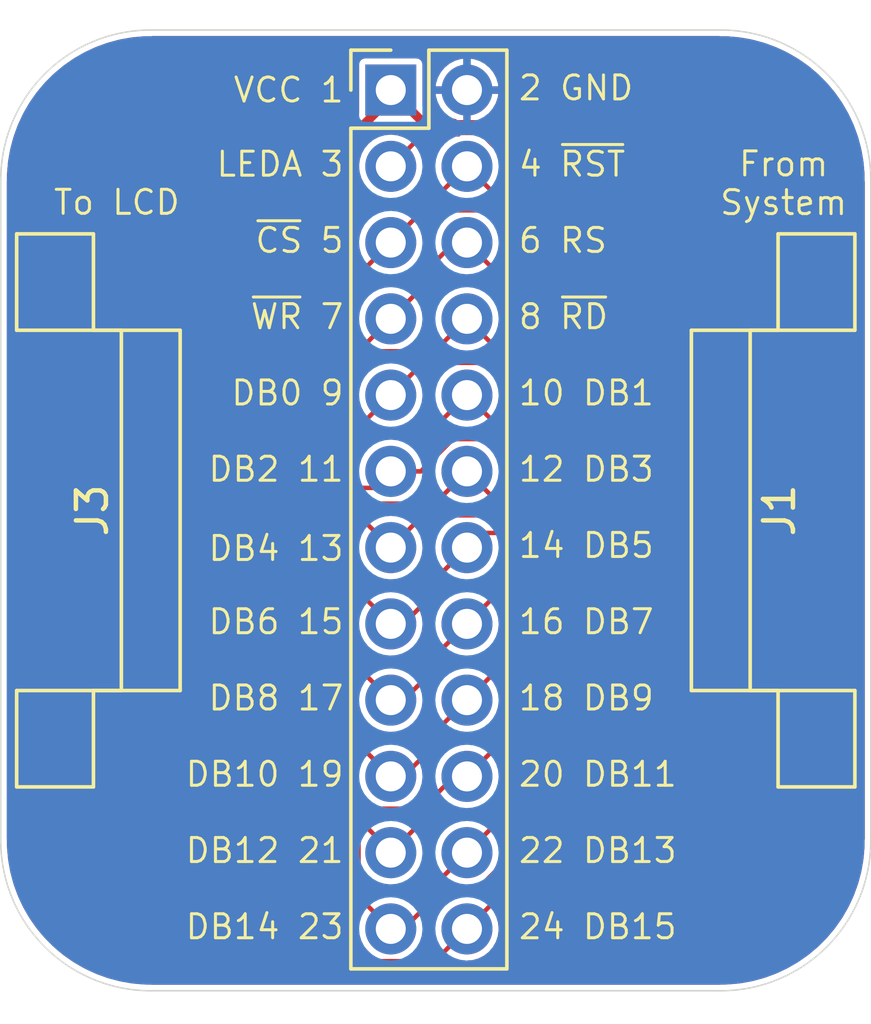
<source format=kicad_pcb>
(kicad_pcb (version 20201116) (generator pcbnew)
  (layers (0 "F.Cu" signal) (31 "B.Cu" signal) (34 "B.Paste" user) (35 "F.Paste" user) (36 "B.SilkS" user "B.Silkscreen") (37 "F.SilkS" user "F.Silkscreen") (38 "B.Mask" user) (39 "F.Mask" user) (44 "Edge.Cuts" user))
  (net 0 "")
  (net 1 "/LCD1")
  (net 2 "/LCD2")
  (net 3 "/LCD3")
  (net 4 "/LCD4")
  (net 5 "/LCD5")
  (net 6 "/LCD6")
  (net 7 "/LCD7")
  (net 8 "/LCD8")
  (net 9 "/LCD9")
  (net 10 "/LCD10")
  (net 11 "/LCD11")
  (net 12 "/LCD12")
  (net 13 "/LCD13")
  (net 14 "/LCD14")
  (net 15 "/LCD15")
  (net 16 "/LCD16")
  (net 17 "/LCD17")
  (net 18 "/LCD18")
  (net 19 "/LCD19")
  (net 20 "/LCD20")
  (net 21 "/LCD21")
  (net 22 "/LCD22")
  (net 23 "/LCD23")
  (net 24 "/LCD24")
  (footprint "Connector_PinHeader_2.54mm:PinHeader_2x12_P2.54mm_Vertical" (layer "F.Cu") (at 112 75)
    (fp_text reference "J2" hide)
    (fp_text value "Conn_02x12_Odd_Even")
    (fp_line (start -1.33 29.27) (end 3.87 29.27) (layer "F.SilkS") (width 0.12))
    (fp_line (start -1.33 1.27) (end -1.33 29.27) (layer "F.SilkS") (width 0.12))
    (fp_line (start 1.27 -1.33) (end 3.87 -1.33) (layer "F.SilkS") (width 0.12))
    (fp_line (start 3.87 -1.33) (end 3.87 29.27) (layer "F.SilkS") (width 0.12))
    (fp_line (start -1.33 0) (end -1.33 -1.33) (layer "F.SilkS") (width 0.12))
    (fp_line (start 1.27 1.27) (end 1.27 -1.33) (layer "F.SilkS") (width 0.12))
    (fp_line (start -1.33 1.27) (end 1.27 1.27) (layer "F.SilkS") (width 0.12))
    (fp_line (start -1.33 -1.33) (end 0 -1.33) (layer "F.SilkS") (width 0.12))
    (pad "1" thru_hole rect (at 0 0) (size 1.7 1.7) (drill 1) (layers *.Cu *.Mask) (net 1 "/LCD1"))
    (pad "2" thru_hole oval (at 2.54 0) (size 1.7 1.7) (drill 1) (layers *.Cu *.Mask) (net 2 "/LCD2"))
    (pad "3" thru_hole oval (at 0 2.54) (size 1.7 1.7) (drill 1) (layers *.Cu *.Mask) (net 3 "/LCD3"))
    (pad "4" thru_hole oval (at 2.54 2.54) (size 1.7 1.7) (drill 1) (layers *.Cu *.Mask) (net 4 "/LCD4"))
    (pad "5" thru_hole oval (at 0 5.08) (size 1.7 1.7) (drill 1) (layers *.Cu *.Mask) (net 5 "/LCD5"))
    (pad "6" thru_hole oval (at 2.54 5.08) (size 1.7 1.7) (drill 1) (layers *.Cu *.Mask) (net 6 "/LCD6"))
    (pad "7" thru_hole oval (at 0 7.62) (size 1.7 1.7) (drill 1) (layers *.Cu *.Mask) (net 7 "/LCD7"))
    (pad "8" thru_hole oval (at 2.54 7.62) (size 1.7 1.7) (drill 1) (layers *.Cu *.Mask) (net 8 "/LCD8"))
    (pad "9" thru_hole oval (at 0 10.16) (size 1.7 1.7) (drill 1) (layers *.Cu *.Mask) (net 9 "/LCD9"))
    (pad "10" thru_hole oval (at 2.54 10.16) (size 1.7 1.7) (drill 1) (layers *.Cu *.Mask) (net 10 "/LCD10"))
    (pad "11" thru_hole oval (at 0 12.7) (size 1.7 1.7) (drill 1) (layers *.Cu *.Mask) (net 11 "/LCD11"))
    (pad "12" thru_hole oval (at 2.54 12.7) (size 1.7 1.7) (drill 1) (layers *.Cu *.Mask) (net 12 "/LCD12"))
    (pad "13" thru_hole oval (at 0 15.24) (size 1.7 1.7) (drill 1) (layers *.Cu *.Mask) (net 13 "/LCD13"))
    (pad "14" thru_hole oval (at 2.54 15.24) (size 1.7 1.7) (drill 1) (layers *.Cu *.Mask) (net 14 "/LCD14"))
    (pad "15" thru_hole oval (at 0 17.78) (size 1.7 1.7) (drill 1) (layers *.Cu *.Mask) (net 15 "/LCD15"))
    (pad "16" thru_hole oval (at 2.54 17.78) (size 1.7 1.7) (drill 1) (layers *.Cu *.Mask) (net 16 "/LCD16"))
    (pad "17" thru_hole oval (at 0 20.32) (size 1.7 1.7) (drill 1) (layers *.Cu *.Mask) (net 17 "/LCD17"))
    (pad "18" thru_hole oval (at 2.54 20.32) (size 1.7 1.7) (drill 1) (layers *.Cu *.Mask) (net 18 "/LCD18"))
    (pad "19" thru_hole oval (at 0 22.86) (size 1.7 1.7) (drill 1) (layers *.Cu *.Mask) (net 19 "/LCD19"))
    (pad "20" thru_hole oval (at 2.54 22.86) (size 1.7 1.7) (drill 1) (layers *.Cu *.Mask) (net 20 "/LCD20"))
    (pad "21" thru_hole oval (at 0 25.4) (size 1.7 1.7) (drill 1) (layers *.Cu *.Mask) (net 21 "/LCD21"))
    (pad "22" thru_hole oval (at 2.54 25.4) (size 1.7 1.7) (drill 1) (layers *.Cu *.Mask) (net 22 "/LCD22"))
    (pad "23" thru_hole oval (at 0 27.94) (size 1.7 1.7) (drill 1) (layers *.Cu *.Mask) (net 23 "/LCD23"))
    (pad "24" thru_hole oval (at 2.54 27.94) (size 1.7 1.7) (drill 1) (layers *.Cu *.Mask) (net 24 "/LCD24"))
  )
  (footprint "24pin_flex_interposer:FPC_24" (layer "F.Cu") (at 104 89 -90)
    (fp_text reference "J3" (at 0 1.95 90) (layer "F.SilkS"))
    (fp_text value "TF31-24S-0.5SH")
    (fp_line (start 6 1.91) (end 6 -0.98) (layer "F.SilkS") (width 0.12))
    (fp_line (start 6 0.98) (end 6 4.47) (layer "F.SilkS") (width 0.12))
    (fp_line (start 9.21 4.47) (end 9.21 1.91) (layer "F.SilkS") (width 0.12))
    (fp_line (start -6 4.47) (end -9.21 4.47) (layer "F.SilkS") (width 0.12))
    (fp_line (start -9.21 4.47) (end -9.21 1.91) (layer "F.SilkS") (width 0.12))
    (fp_line (start -6 -0.98) (end 6 -0.98) (layer "F.SilkS") (width 0.12))
    (fp_line (start 9.21 1.91) (end 6 1.91) (layer "F.SilkS") (width 0.12))
    (fp_line (start -6 0.98) (end 6 0.98) (layer "F.SilkS") (width 0.12))
    (fp_line (start -6 0.98) (end -6 4.47) (layer "F.SilkS") (width 0.12))
    (fp_line (start -9.21 1.91) (end -6 1.91) (layer "F.SilkS") (width 0.12))
    (fp_line (start 6 4.47) (end 9.21 4.47) (layer "F.SilkS") (width 0.12))
    (fp_line (start -6 1.91) (end -6 -0.98) (layer "F.SilkS") (width 0.12))
    (pad "0" smd rect (at -7.75 3.25 270) (size 2.2 2.2) (layers "F.Cu" "F.Paste" "F.Mask"))
    (pad "0" smd rect (at 7.75 3.25 270) (size 2.2 2.2) (layers "F.Cu" "F.Paste" "F.Mask"))
    (pad "1" smd rect (at -5.75 0 270) (size 0.25 1.6) (layers "F.Cu" "F.Paste" "F.Mask") (net 1 "/LCD1"))
    (pad "2" smd rect (at -5.25 0 270) (size 0.25 1.6) (layers "F.Cu" "F.Paste" "F.Mask") (net 2 "/LCD2"))
    (pad "3" smd rect (at -4.75 0 270) (size 0.25 1.6) (layers "F.Cu" "F.Paste" "F.Mask") (net 3 "/LCD3"))
    (pad "4" smd rect (at -4.25 0 270) (size 0.25 1.6) (layers "F.Cu" "F.Paste" "F.Mask") (net 4 "/LCD4"))
    (pad "5" smd rect (at -3.75 0 270) (size 0.25 1.6) (layers "F.Cu" "F.Paste" "F.Mask") (net 5 "/LCD5"))
    (pad "6" smd rect (at -3.25 0 270) (size 0.25 1.6) (layers "F.Cu" "F.Paste" "F.Mask") (net 6 "/LCD6"))
    (pad "7" smd rect (at -2.75 0 270) (size 0.25 1.6) (layers "F.Cu" "F.Paste" "F.Mask") (net 7 "/LCD7"))
    (pad "8" smd rect (at -2.25 0 270) (size 0.25 1.6) (layers "F.Cu" "F.Paste" "F.Mask") (net 8 "/LCD8"))
    (pad "9" smd rect (at -1.75 0 270) (size 0.25 1.6) (layers "F.Cu" "F.Paste" "F.Mask") (net 9 "/LCD9"))
    (pad "10" smd rect (at -1.25 0 270) (size 0.25 1.6) (layers "F.Cu" "F.Paste" "F.Mask") (net 10 "/LCD10"))
    (pad "11" smd rect (at -0.75 0 270) (size 0.25 1.6) (layers "F.Cu" "F.Paste" "F.Mask") (net 11 "/LCD11"))
    (pad "12" smd rect (at -0.25 0 270) (size 0.25 1.6) (layers "F.Cu" "F.Paste" "F.Mask") (net 12 "/LCD12"))
    (pad "13" smd rect (at 0.25 0 270) (size 0.25 1.6) (layers "F.Cu" "F.Paste" "F.Mask") (net 13 "/LCD13"))
    (pad "14" smd rect (at 0.75 0 270) (size 0.25 1.6) (layers "F.Cu" "F.Paste" "F.Mask") (net 14 "/LCD14"))
    (pad "15" smd rect (at 1.25 0 270) (size 0.25 1.6) (layers "F.Cu" "F.Paste" "F.Mask") (net 15 "/LCD15"))
    (pad "16" smd rect (at 1.75 0 270) (size 0.25 1.6) (layers "F.Cu" "F.Paste" "F.Mask") (net 16 "/LCD16"))
    (pad "17" smd rect (at 2.25 0 270) (size 0.25 1.6) (layers "F.Cu" "F.Paste" "F.Mask") (net 17 "/LCD17"))
    (pad "18" smd rect (at 2.75 0 270) (size 0.25 1.6) (layers "F.Cu" "F.Paste" "F.Mask") (net 18 "/LCD18"))
    (pad "19" smd rect (at 3.25 0 270) (size 0.25 1.6) (layers "F.Cu" "F.Paste" "F.Mask") (net 19 "/LCD19"))
    (pad "20" smd rect (at 3.75 0 270) (size 0.25 1.6) (layers "F.Cu" "F.Paste" "F.Mask") (net 20 "/LCD20"))
    (pad "21" smd rect (at 4.25 0 270) (size 0.25 1.6) (layers "F.Cu" "F.Paste" "F.Mask") (net 21 "/LCD21"))
    (pad "22" smd rect (at 4.75 0 270) (size 0.25 1.6) (layers "F.Cu" "F.Paste" "F.Mask") (net 22 "/LCD22"))
    (pad "23" smd rect (at 5.25 0 270) (size 0.25 1.6) (layers "F.Cu" "F.Paste" "F.Mask") (net 23 "/LCD23"))
    (pad "24" smd rect (at 5.75 0 270) (size 0.25 1.6) (layers "F.Cu" "F.Paste" "F.Mask") (net 24 "/LCD24"))
  )
  (footprint "24pin_flex_interposer:FPC_24" (layer "F.Cu") (at 123 89 90)
    (fp_text reference "J1" (at 0 1.95 90) (layer "F.SilkS"))
    (fp_text value "TF31-24S-0.5SH")
    (fp_line (start -6 0.98) (end -6 4.47) (layer "F.SilkS") (width 0.12))
    (fp_line (start 6 4.47) (end 9.21 4.47) (layer "F.SilkS") (width 0.12))
    (fp_line (start -9.21 1.91) (end -6 1.91) (layer "F.SilkS") (width 0.12))
    (fp_line (start 6 0.98) (end 6 4.47) (layer "F.SilkS") (width 0.12))
    (fp_line (start -9.21 4.47) (end -9.21 1.91) (layer "F.SilkS") (width 0.12))
    (fp_line (start 6 1.91) (end 6 -0.98) (layer "F.SilkS") (width 0.12))
    (fp_line (start -6 1.91) (end -6 -0.98) (layer "F.SilkS") (width 0.12))
    (fp_line (start -6 4.47) (end -9.21 4.47) (layer "F.SilkS") (width 0.12))
    (fp_line (start 9.21 4.47) (end 9.21 1.91) (layer "F.SilkS") (width 0.12))
    (fp_line (start 9.21 1.91) (end 6 1.91) (layer "F.SilkS") (width 0.12))
    (fp_line (start -6 0.98) (end 6 0.98) (layer "F.SilkS") (width 0.12))
    (fp_line (start -6 -0.98) (end 6 -0.98) (layer "F.SilkS") (width 0.12))
    (pad "0" smd rect (at 7.75 3.25 90) (size 2.2 2.2) (layers "F.Cu" "F.Paste" "F.Mask"))
    (pad "0" smd rect (at -7.75 3.25 90) (size 2.2 2.2) (layers "F.Cu" "F.Paste" "F.Mask"))
    (pad "1" smd rect (at -5.75 0 90) (size 0.25 1.6) (layers "F.Cu" "F.Paste" "F.Mask") (net 24 "/LCD24"))
    (pad "2" smd rect (at -5.25 0 90) (size 0.25 1.6) (layers "F.Cu" "F.Paste" "F.Mask") (net 23 "/LCD23"))
    (pad "3" smd rect (at -4.75 0 90) (size 0.25 1.6) (layers "F.Cu" "F.Paste" "F.Mask") (net 22 "/LCD22"))
    (pad "4" smd rect (at -4.25 0 90) (size 0.25 1.6) (layers "F.Cu" "F.Paste" "F.Mask") (net 21 "/LCD21"))
    (pad "5" smd rect (at -3.75 0 90) (size 0.25 1.6) (layers "F.Cu" "F.Paste" "F.Mask") (net 20 "/LCD20"))
    (pad "6" smd rect (at -3.25 0 90) (size 0.25 1.6) (layers "F.Cu" "F.Paste" "F.Mask") (net 19 "/LCD19"))
    (pad "7" smd rect (at -2.75 0 90) (size 0.25 1.6) (layers "F.Cu" "F.Paste" "F.Mask") (net 18 "/LCD18"))
    (pad "8" smd rect (at -2.25 0 90) (size 0.25 1.6) (layers "F.Cu" "F.Paste" "F.Mask") (net 17 "/LCD17"))
    (pad "9" smd rect (at -1.75 0 90) (size 0.25 1.6) (layers "F.Cu" "F.Paste" "F.Mask") (net 16 "/LCD16"))
    (pad "10" smd rect (at -1.25 0 90) (size 0.25 1.6) (layers "F.Cu" "F.Paste" "F.Mask") (net 15 "/LCD15"))
    (pad "11" smd rect (at -0.75 0 90) (size 0.25 1.6) (layers "F.Cu" "F.Paste" "F.Mask") (net 14 "/LCD14"))
    (pad "12" smd rect (at -0.25 0 90) (size 0.25 1.6) (layers "F.Cu" "F.Paste" "F.Mask") (net 13 "/LCD13"))
    (pad "13" smd rect (at 0.25 0 90) (size 0.25 1.6) (layers "F.Cu" "F.Paste" "F.Mask") (net 12 "/LCD12"))
    (pad "14" smd rect (at 0.75 0 90) (size 0.25 1.6) (layers "F.Cu" "F.Paste" "F.Mask") (net 11 "/LCD11"))
    (pad "15" smd rect (at 1.25 0 90) (size 0.25 1.6) (layers "F.Cu" "F.Paste" "F.Mask") (net 10 "/LCD10"))
    (pad "16" smd rect (at 1.75 0 90) (size 0.25 1.6) (layers "F.Cu" "F.Paste" "F.Mask") (net 9 "/LCD9"))
    (pad "17" smd rect (at 2.25 0 90) (size 0.25 1.6) (layers "F.Cu" "F.Paste" "F.Mask") (net 8 "/LCD8"))
    (pad "18" smd rect (at 2.75 0 90) (size 0.25 1.6) (layers "F.Cu" "F.Paste" "F.Mask") (net 7 "/LCD7"))
    (pad "19" smd rect (at 3.25 0 90) (size 0.25 1.6) (layers "F.Cu" "F.Paste" "F.Mask") (net 6 "/LCD6"))
    (pad "20" smd rect (at 3.75 0 90) (size 0.25 1.6) (layers "F.Cu" "F.Paste" "F.Mask") (net 5 "/LCD5"))
    (pad "21" smd rect (at 4.25 0 90) (size 0.25 1.6) (layers "F.Cu" "F.Paste" "F.Mask") (net 4 "/LCD4"))
    (pad "22" smd rect (at 4.75 0 90) (size 0.25 1.6) (layers "F.Cu" "F.Paste" "F.Mask") (net 3 "/LCD3"))
    (pad "23" smd rect (at 5.25 0 90) (size 0.25 1.6) (layers "F.Cu" "F.Paste" "F.Mask") (net 2 "/LCD2"))
    (pad "24" smd rect (at 5.75 0 90) (size 0.25 1.6) (layers "F.Cu" "F.Paste" "F.Mask") (net 1 "/LCD1"))
  )
  (gr_line (start 128 78) (end 128 100) (layer "Edge.Cuts") (width 0.05))
  (gr_arc (start 123 78) (end 128 78) (angle -90) (layer "Edge.Cuts") (width 0.05))
  (gr_line (start 99 100) (end 99 78) (layer "Edge.Cuts") (width 0.05))
  (gr_arc (start 123 100) (end 123 105) (angle -90) (layer "Edge.Cuts") (width 0.05))
  (gr_arc (start 104 78) (end 104 73) (angle -90) (layer "Edge.Cuts") (width 0.05))
  (gr_arc (start 104 100) (end 99 100) (angle -90) (layer "Edge.Cuts") (width 0.05))
  (gr_line (start 104 73) (end 123 73) (layer "Edge.Cuts") (width 0.05))
  (gr_line (start 123 105) (end 104 105) (layer "Edge.Cuts") (width 0.05))
  (gr_text "22 DB13" (at 116.205 100.33) (layer "F.SilkS") (effects (font (size 0.8 0.8) (thickness 0.1)) (justify left)))
  (gr_text "12 DB3" (at 116.205 87.63) (layer "F.SilkS") (effects (font (size 0.8 0.8) (thickness 0.1)) (justify left)))
  (gr_text "DB2 11" (at 110.49 87.63) (layer "F.SilkS") (effects (font (size 0.8 0.8) (thickness 0.1)) (justify right)))
  (gr_text "LEDA 3" (at 110.49 77.47) (layer "F.SilkS") (effects (font (size 0.8 0.8) (thickness 0.1)) (justify right)))
  (gr_text "DB0 9" (at 110.49 85.09) (layer "F.SilkS") (effects (font (size 0.8 0.8) (thickness 0.1)) (justify right)))
  (gr_text "20 DB11" (at 116.205 97.79) (layer "F.SilkS") (effects (font (size 0.8 0.8) (thickness 0.1)) (justify left)))
  (gr_text "From\nSystem" (at 125.095 78.105) (layer "F.SilkS") (effects (font (size 0.8 0.8) (thickness 0.1))))
  (gr_text "10 DB1" (at 116.205 85.09) (layer "F.SilkS") (effects (font (size 0.8 0.8) (thickness 0.1)) (justify left)))
  (gr_text "~CS~ 5" (at 110.49 80.01) (layer "F.SilkS") (effects (font (size 0.8 0.8) (thickness 0.1)) (justify right)))
  (gr_text "VCC 1" (at 110.49 75) (layer "F.SilkS") (effects (font (size 0.8 0.8) (thickness 0.1)) (justify right)))
  (gr_text "DB4 13" (at 110.49 90.27) (layer "F.SilkS") (effects (font (size 0.8 0.8) (thickness 0.1)) (justify right)))
  (gr_text "16 DB7" (at 116.205 92.71) (layer "F.SilkS") (effects (font (size 0.8 0.8) (thickness 0.1)) (justify left)))
  (gr_text "8 ~RD~" (at 116.205 82.55) (layer "F.SilkS") (effects (font (size 0.8 0.8) (thickness 0.1)) (justify left)))
  (gr_text "DB10 19" (at 110.49 97.79) (layer "F.SilkS") (effects (font (size 0.8 0.8) (thickness 0.1)) (justify right)))
  (gr_text "DB12 21" (at 110.49 100.33) (layer "F.SilkS") (effects (font (size 0.8 0.8) (thickness 0.1)) (justify right)))
  (gr_text "~WR~ 7" (at 110.49 82.55) (layer "F.SilkS") (effects (font (size 0.8 0.8) (thickness 0.1)) (justify right)))
  (gr_text "4 ~RST~" (at 116.205 77.47) (layer "F.SilkS") (effects (font (size 0.8 0.8) (thickness 0.1)) (justify left)))
  (gr_text "2 GND" (at 116.205 74.93) (layer "F.SilkS") (effects (font (size 0.8 0.8) (thickness 0.1)) (justify left)))
  (gr_text "DB8 17" (at 110.49 95.25) (layer "F.SilkS") (effects (font (size 0.8 0.8) (thickness 0.1)) (justify right)))
  (gr_text "To LCD" (at 102.87 78.74) (layer "F.SilkS") (effects (font (size 0.8 0.8) (thickness 0.1))))
  (gr_text "DB14 23" (at 110.49 102.87) (layer "F.SilkS") (effects (font (size 0.8 0.8) (thickness 0.1)) (justify right)))
  (gr_text "DB6 15" (at 110.49 92.71) (layer "F.SilkS") (effects (font (size 0.8 0.8) (thickness 0.1)) (justify right)))
  (gr_text "14 DB5" (at 116.205 90.17) (layer "F.SilkS") (effects (font (size 0.8 0.8) (thickness 0.1)) (justify left)))
  (gr_text "6 RS" (at 116.205 80.01) (layer "F.SilkS") (effects (font (size 0.8 0.8) (thickness 0.1)) (justify left)))
  (gr_text "24 DB15" (at 116.205 102.87) (layer "F.SilkS") (effects (font (size 0.8 0.8) (thickness 0.1)) (justify left)))
  (gr_text "18 DB9" (at 116.205 95.25) (layer "F.SilkS") (effects (font (size 0.8 0.8) (thickness 0.1)) (justify left)))
  (segment (start 112 75) (end 113.100001 76.100001) (width 0.3) (layer "F.Cu") (net 1))
  (segment (start 115.2 76.1) (end 122.35 83.25) (width 0.3) (layer "F.Cu") (net 1))
  (segment (start 113.200001 76.100001) (end 115.199999 76.100001) (width 0.2) (layer "F.Cu") (net 1))
  (segment (start 113.100001 76.100001) (end 114.100001 76.100001) (width 0.3) (layer "F.Cu") (net 1))
  (segment (start 115.199999 76.100001) (end 115.2 76.1) (width 0.2) (layer "F.Cu") (net 1))
  (segment (start 104 83.25) (end 112 75.25) (width 0.3) (layer "F.Cu") (net 1))
  (segment (start 122.35 83.25) (end 123 83.25) (width 0.3) (layer "F.Cu") (net 1))
  (segment (start 112 75.25) (end 112 75) (width 0.3) (layer "F.Cu") (net 1))
  (segment (start 114.305335 76.425012) (end 114.255335 76.475012) (width 0.15) (layer "F.Cu") (net 3))
  (segment (start 114.994668 76.425012) (end 114.305335 76.425012) (width 0.15) (layer "F.Cu") (net 3))
  (segment (start 114.255335 76.475012) (end 113.064988 76.475012) (width 0.15) (layer "F.Cu") (net 3))
  (segment (start 123 84.25) (end 122.256786 84.25) (width 0.15) (layer "F.Cu") (net 3))
  (segment (start 121.97499 83.968205) (end 121.97499 83.405334) (width 0.15) (layer "F.Cu") (net 3))
  (segment (start 122.256786 84.25) (end 121.97499 83.968205) (width 0.15) (layer "F.Cu") (net 3))
  (segment (start 113.064988 76.475012) (end 112 77.54) (width 0.15) (layer "F.Cu") (net 3))
  (segment (start 121.97499 83.405334) (end 114.994668 76.425012) (width 0.15) (layer "F.Cu") (net 3))
  (segment (start 114.54 77.54) (end 113.375012 78.704988) (width 0.15) (layer "F.Cu") (net 4))
  (segment (start 105.35 84.75) (end 104 84.75) (width 0.15) (layer "F.Cu") (net 4))
  (segment (start 111.395012 78.704988) (end 105.35 84.75) (width 0.15) (layer "F.Cu") (net 4))
  (segment (start 121.75 84.75) (end 114.54 77.54) (width 0.15) (layer "F.Cu") (net 4))
  (segment (start 123 84.75) (end 121.75 84.75) (width 0.15) (layer "F.Cu") (net 4))
  (segment (start 113.375012 78.704988) (end 111.395012 78.704988) (width 0.15) (layer "F.Cu") (net 4))
  (segment (start 113.075001 79.004999) (end 115.204999 79.004999) (width 0.15) (layer "F.Cu") (net 5))
  (segment (start 112 80.08) (end 113.075001 79.004999) (width 0.15) (layer "F.Cu") (net 5))
  (segment (start 115.204999 79.004999) (end 121.45 85.25) (width 0.15) (layer "F.Cu") (net 5))
  (segment (start 106.83 85.25) (end 112 80.08) (width 0.15) (layer "F.Cu") (net 5))
  (segment (start 104 85.25) (end 106.83 85.25) (width 0.15) (layer "F.Cu") (net 5))
  (segment (start 121.45 85.25) (end 123 85.25) (width 0.15) (layer "F.Cu") (net 5))
  (segment (start 107.05 85.75) (end 104 85.75) (width 0.15) (layer "F.Cu") (net 6))
  (segment (start 114.115721 80.08) (end 112.795721 81.4) (width 0.15) (layer "F.Cu") (net 6))
  (segment (start 123 85.75) (end 120.21 85.75) (width 0.15) (layer "F.Cu") (net 6))
  (segment (start 120.21 85.75) (end 114.54 80.08) (width 0.15) (layer "F.Cu") (net 6))
  (segment (start 111.4 81.4) (end 107.05 85.75) (width 0.15) (layer "F.Cu") (net 6))
  (segment (start 112.795721 81.4) (end 111.4 81.4) (width 0.15) (layer "F.Cu") (net 6))
  (segment (start 114.54 80.08) (end 114.115721 80.08) (width 0.15) (layer "F.Cu") (net 6))
  (segment (start 108.37 86.25) (end 112 82.62) (width 0.15) (layer "F.Cu") (net 7))
  (segment (start 120.285722 86.25) (end 123 86.25) (width 0.15) (layer "F.Cu") (net 7))
  (segment (start 115.435722 81.4) (end 120.285722 86.25) (width 0.15) (layer "F.Cu") (net 7))
  (segment (start 104 86.25) (end 108.37 86.25) (width 0.15) (layer "F.Cu") (net 7))
  (segment (start 113.22 81.4) (end 115.435722 81.4) (width 0.15) (layer "F.Cu") (net 7))
  (segment (start 112 82.62) (end 113.22 81.4) (width 0.15) (layer "F.Cu") (net 7))
  (segment (start 114.54 82.62) (end 113.459989 83.700011) (width 0.15) (layer "F.Cu") (net 8))
  (segment (start 118.67 86.75) (end 114.54 82.62) (width 0.15) (layer "F.Cu") (net 8))
  (segment (start 123 86.75) (end 118.67 86.75) (width 0.15) (layer "F.Cu") (net 8))
  (segment (start 108.294278 86.75) (end 104 86.75) (width 0.15) (layer "F.Cu") (net 8))
  (segment (start 111.344267 83.700011) (end 108.294278 86.75) (width 0.15) (layer "F.Cu") (net 8))
  (segment (start 113.459989 83.700011) (end 111.344267 83.700011) (width 0.15) (layer "F.Cu") (net 8))
  (segment (start 115.580721 84.084999) (end 118.745722 87.25) (width 0.15) (layer "F.Cu") (net 9))
  (segment (start 104 87.25) (end 109.91 87.25) (width 0.15) (layer "F.Cu") (net 9))
  (segment (start 118.745722 87.25) (end 123 87.25) (width 0.15) (layer "F.Cu") (net 9))
  (segment (start 113.075001 84.084999) (end 115.580721 84.084999) (width 0.15) (layer "F.Cu") (net 9))
  (segment (start 112 85.16) (end 113.075001 84.084999) (width 0.15) (layer "F.Cu") (net 9))
  (segment (start 109.91 87.25) (end 112 85.16) (width 0.15) (layer "F.Cu") (net 9))
  (segment (start 110.142139 87.75) (end 104 87.75) (width 0.15) (layer "F.Cu") (net 10))
  (segment (start 111.392139 86.5) (end 110.142139 87.75) (width 0.15) (layer "F.Cu") (net 10))
  (segment (start 123 87.75) (end 117.13 87.75) (width 0.15) (layer "F.Cu") (net 10))
  (segment (start 117.13 87.75) (end 114.54 85.16) (width 0.15) (layer "F.Cu") (net 10))
  (segment (start 114.54 85.16) (end 113.2 86.5) (width 0.15) (layer "F.Cu") (net 10))
  (segment (start 113.2 86.5) (end 111.392139 86.5) (width 0.15) (layer "F.Cu") (net 10))
  (segment (start 111.45 88.25) (end 112 87.7) (width 0.15) (layer "F.Cu") (net 11))
  (segment (start 114.075001 86.624999) (end 115.15286 86.624999) (width 0.15) (layer "F.Cu") (net 11))
  (segment (start 115.15286 86.624999) (end 116.777861 88.25) (width 0.15) (layer "F.Cu") (net 11))
  (segment (start 116.777861 88.25) (end 123 88.25) (width 0.15) (layer "F.Cu") (net 11))
  (segment (start 112 87.7) (end 113 87.7) (width 0.15) (layer "F.Cu") (net 11))
  (segment (start 113 87.7) (end 114.075001 86.624999) (width 0.15) (layer "F.Cu") (net 11))
  (segment (start 104 88.25) (end 111.45 88.25) (width 0.15) (layer "F.Cu") (net 11))
  (segment (start 123 88.75) (end 115.59 88.75) (width 0.15) (layer "F.Cu") (net 12))
  (segment (start 104.025001 88.775001) (end 104 88.75) (width 0.15) (layer "F.Cu") (net 12))
  (segment (start 115.59 88.75) (end 114.54 87.7) (width 0.15) (layer "F.Cu") (net 12))
  (segment (start 114.54 87.7) (end 113.464999 88.775001) (width 0.15) (layer "F.Cu") (net 12))
  (segment (start 113.464999 88.775001) (end 104.025001 88.775001) (width 0.15) (layer "F.Cu") (net 12))
  (segment (start 104 89.25) (end 111.01 89.25) (width 0.15) (layer "F.Cu") (net 13))
  (segment (start 115.864999 89.164999) (end 115.95 89.25) (width 0.15) (layer "F.Cu") (net 13))
  (segment (start 112 90.24) (end 113.075001 89.164999) (width 0.15) (layer "F.Cu") (net 13))
  (segment (start 115.95 89.25) (end 123 89.25) (width 0.15) (layer "F.Cu") (net 13))
  (segment (start 113.075001 89.164999) (end 115.864999 89.164999) (width 0.15) (layer "F.Cu") (net 13))
  (segment (start 111.01 89.25) (end 112 90.24) (width 0.15) (layer "F.Cu") (net 13))
  (segment (start 109.394278 89.75) (end 104 89.75) (width 0.15) (layer "F.Cu") (net 14))
  (segment (start 123 89.75) (end 115.03 89.75) (width 0.15) (layer "F.Cu") (net 14))
  (segment (start 111.144278 91.5) (end 109.394278 89.75) (width 0.15) (layer "F.Cu") (net 14))
  (segment (start 113.28 91.5) (end 111.144278 91.5) (width 0.15) (layer "F.Cu") (net 14))
  (segment (start 115.03 89.75) (end 114.54 90.24) (width 0.15) (layer "F.Cu") (net 14))
  (segment (start 114.54 90.24) (end 113.28 91.5) (width 0.15) (layer "F.Cu") (net 14))
  (segment (start 112 92.78) (end 112.424279 92.78) (width 0.15) (layer "F.Cu") (net 15))
  (segment (start 109.47 90.25) (end 112 92.78) (width 0.15) (layer "F.Cu") (net 15))
  (segment (start 112.424279 92.78) (end 113.704279 91.5) (width 0.15) (layer "F.Cu") (net 15))
  (segment (start 113.704279 91.5) (end 115.2 91.5) (width 0.15) (layer "F.Cu") (net 15))
  (segment (start 115.2 91.5) (end 116.45 90.25) (width 0.15) (layer "F.Cu") (net 15))
  (segment (start 116.45 90.25) (end 123 90.25) (width 0.15) (layer "F.Cu") (net 15))
  (segment (start 104 90.25) (end 109.47 90.25) (width 0.15) (layer "F.Cu") (net 15))
  (segment (start 114.54 92.78) (end 113.32 94) (width 0.15) (layer "F.Cu") (net 16))
  (segment (start 113.32 94) (end 111.5 94) (width 0.15) (layer "F.Cu") (net 16))
  (segment (start 123 90.75) (end 116.57 90.75) (width 0.15) (layer "F.Cu") (net 16))
  (segment (start 116.57 90.75) (end 114.54 92.78) (width 0.15) (layer "F.Cu") (net 16))
  (segment (start 108.25 90.75) (end 104 90.75) (width 0.15) (layer "F.Cu") (net 16))
  (segment (start 111.5 94) (end 108.25 90.75) (width 0.15) (layer "F.Cu") (net 16))
  (segment (start 117.85 91.25) (end 123 91.25) (width 0.15) (layer "F.Cu") (net 17))
  (segment (start 115.1 94) (end 117.85 91.25) (width 0.15) (layer "F.Cu") (net 17))
  (segment (start 107.93 91.25) (end 112 95.32) (width 0.15) (layer "F.Cu") (net 17))
  (segment (start 104 91.25) (end 107.93 91.25) (width 0.15) (layer "F.Cu") (net 17))
  (segment (start 113.744279 94) (end 115.1 94) (width 0.15) (layer "F.Cu") (net 17))
  (segment (start 112.424279 95.32) (end 113.744279 94) (width 0.15) (layer "F.Cu") (net 17))
  (segment (start 112 95.32) (end 112.424279 95.32) (width 0.15) (layer "F.Cu") (net 17))
  (segment (start 111.4 96.5) (end 106.65 91.75) (width 0.15) (layer "F.Cu") (net 18))
  (segment (start 118.11 91.75) (end 114.54 95.32) (width 0.15) (layer "F.Cu") (net 18))
  (segment (start 106.65 91.75) (end 104 91.75) (width 0.15) (layer "F.Cu") (net 18))
  (segment (start 113.36 96.5) (end 111.4 96.5) (width 0.15) (layer "F.Cu") (net 18))
  (segment (start 114.54 95.32) (end 113.36 96.5) (width 0.15) (layer "F.Cu") (net 18))
  (segment (start 123 91.75) (end 118.11 91.75) (width 0.15) (layer "F.Cu") (net 18))
  (segment (start 113.684279 96.6) (end 114.9 96.6) (width 0.15) (layer "F.Cu") (net 19))
  (segment (start 119.25 92.25) (end 123 92.25) (width 0.15) (layer "F.Cu") (net 19))
  (segment (start 106.39 92.25) (end 112 97.86) (width 0.15) (layer "F.Cu") (net 19))
  (segment (start 114.9 96.6) (end 119.25 92.25) (width 0.15) (layer "F.Cu") (net 19))
  (segment (start 112.424279 97.86) (end 113.684279 96.6) (width 0.15) (layer "F.Cu") (net 19))
  (segment (start 104 92.25) (end 106.39 92.25) (width 0.15) (layer "F.Cu") (net 19))
  (segment (start 112 97.86) (end 112.424279 97.86) (width 0.15) (layer "F.Cu") (net 19))
  (segment (start 119.65 92.75) (end 114.54 97.86) (width 0.15) (layer "F.Cu") (net 20))
  (segment (start 111.435001 98.935001) (end 105.25 92.75) (width 0.15) (layer "F.Cu") (net 20))
  (segment (start 114.115722 97.86) (end 113.040721 98.935001) (width 0.15) (layer "F.Cu") (net 20))
  (segment (start 123 92.75) (end 119.65 92.75) (width 0.15) (layer "F.Cu") (net 20))
  (segment (start 105.25 92.75) (end 104 92.75) (width 0.15) (layer "F.Cu") (net 20))
  (segment (start 113.040721 98.935001) (end 111.435001 98.935001) (width 0.15) (layer "F.Cu") (net 20))
  (segment (start 114.54 97.86) (end 114.115722 97.86) (width 0.15) (layer "F.Cu") (net 20))
  (segment (start 104 93.25) (end 104.895165 93.25) (width 0.15) (layer "F.Cu") (net 21))
  (segment (start 104.895165 93.25) (end 112 100.354835) (width 0.15) (layer "F.Cu") (net 21))
  (segment (start 113.3 99.1) (end 114.891002 99.1) (width 0.15) (layer "F.Cu") (net 21))
  (segment (start 114.891002 99.1) (end 120.741002 93.25) (width 0.15) (layer "F.Cu") (net 21))
  (segment (start 112 100.4) (end 113.3 99.1) (width 0.15) (layer "F.Cu") (net 21))
  (segment (start 120.741002 93.25) (end 123 93.25) (width 0.15) (layer "F.Cu") (net 21))
  (segment (start 112 100.354835) (end 112 100.4) (width 0.15) (layer "F.Cu") (net 21))
  (segment (start 104.970886 93.75) (end 104 93.75) (width 0.15) (layer "F.Cu") (net 22))
  (segment (start 110.924999 101.124999) (end 110.924999 99.704113) (width 0.15) (layer "F.Cu") (net 22))
  (segment (start 114.54 100.4) (end 113.24 101.7) (width 0.15) (layer "F.Cu") (net 22))
  (segment (start 123 93.75) (end 121.19 93.75) (width 0.15) (layer "F.Cu") (net 22))
  (segment (start 110.924999 99.704113) (end 104.970886 93.75) (width 0.15) (layer "F.Cu") (net 22))
  (segment (start 111.5 101.7) (end 110.924999 101.124999) (width 0.15) (layer "F.Cu") (net 22))
  (segment (start 121.19 93.75) (end 114.54 100.4) (width 0.15) (layer "F.Cu") (net 22))
  (segment (start 113.24 101.7) (end 111.5 101.7) (width 0.15) (layer "F.Cu") (net 22))
  (segment (start 113.764279 101.6) (end 114.906786 101.6) (width 0.15) (layer "F.Cu") (net 23))
  (segment (start 112.424279 102.94) (end 113.764279 101.6) (width 0.15) (layer "F.Cu") (net 23))
  (segment (start 112 102.94) (end 112.424279 102.94) (width 0.15) (layer "F.Cu") (net 23))
  (segment (start 110.624988 99.828381) (end 110.624988 101.564988) (width 0.15) (layer "F.Cu") (net 23))
  (segment (start 114.906786 101.6) (end 122.256786 94.25) (width 0.15) (layer "F.Cu") (net 23))
  (segment (start 110.624988 101.564988) (end 112 102.94) (width 0.15) (layer "F.Cu") (net 23))
  (segment (start 122.256786 94.25) (end 123 94.25) (width 0.15) (layer "F.Cu") (net 23))
  (segment (start 104 94.25) (end 105.046607 94.25) (width 0.15) (layer "F.Cu") (net 23))
  (segment (start 105.046607 94.25) (end 110.624988 99.828381) (width 0.15) (layer "F.Cu") (net 23))
  (segment (start 110.234499 99.934499) (end 110.234499 102.765501) (width 0.15) (layer "F.Cu") (net 24))
  (segment (start 113.464999 104.015001) (end 114.54 102.94) (width 0.15) (layer "F.Cu") (net 24))
  (segment (start 105.05 94.75) (end 110.234499 99.934499) (width 0.15) (layer "F.Cu") (net 24))
  (segment (start 111.483999 104.015001) (end 113.464999 104.015001) (width 0.15) (layer "F.Cu") (net 24))
  (segment (start 122.73 94.75) (end 114.54 102.94) (width 0.15) (layer "F.Cu") (net 24))
  (segment (start 123 94.75) (end 122.73 94.75) (width 0.15) (layer "F.Cu") (net 24))
  (segment (start 110.234499 102.765501) (end 111.483999 104.015001) (width 0.15) (layer "F.Cu") (net 24))
  (segment (start 104 94.75) (end 105.05 94.75) (width 0.15) (layer "F.Cu") (net 24))
  (zone (net 2) (net_name "/LCD2") (layers F&B.Cu) (connect_pads (clearance 0.2)) (min_thickness 0.2) (fill yes (thermal_gap 0.2) (thermal_bridge_width 0.25))
    (polygon (pts (xy 128 105) (xy 99 105) (xy 99 72) (xy 128 72)))
  )
)
</source>
